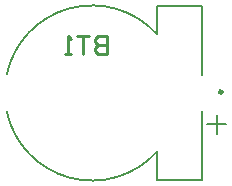
<source format=gbo>
G04*
G04 #@! TF.GenerationSoftware,Altium Limited,Altium Designer,25.4.2 (15)*
G04*
G04 Layer_Color=32896*
%FSLAX44Y44*%
%MOMM*%
G71*
G04*
G04 #@! TF.SameCoordinates,CC5B27D0-6A48-44B3-9A3A-EAE5C0A25098*
G04*
G04*
G04 #@! TF.FilePolarity,Positive*
G04*
G01*
G75*
%ADD11C,0.2000*%
%ADD14C,0.2540*%
%ADD39C,0.3000*%
D11*
X84377Y62726D02*
G03*
X211587Y28640I72289J15366D01*
G01*
Y128055D02*
G03*
X84377Y93969I-54921J-49451D01*
G01*
X211549Y4348D02*
X250049D01*
X211549D02*
Y29097D01*
Y128097D02*
Y152347D01*
X250049D01*
Y4348D02*
Y62847D01*
Y93848D02*
Y152347D01*
X262100Y43944D02*
Y59504D01*
X254320Y51724D02*
X269880D01*
D14*
X169667Y126859D02*
Y111624D01*
X162049D01*
X159510Y114163D01*
Y116702D01*
X162049Y119241D01*
X169667D01*
X162049D01*
X159510Y121781D01*
Y124320D01*
X162049Y126859D01*
X169667D01*
X154432D02*
X144275D01*
X149354D01*
Y111624D01*
X139197D02*
X134118D01*
X136658D01*
Y126859D01*
X139197Y124320D01*
D39*
X266607Y79347D02*
G03*
X266607Y79347I-1118J0D01*
G01*
M02*

</source>
